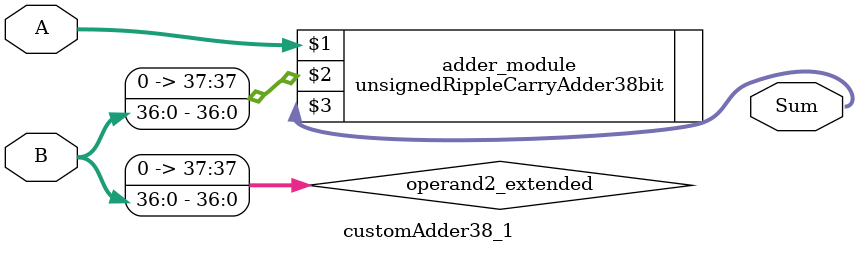
<source format=v>
module customAdder38_1(
                        input [37 : 0] A,
                        input [36 : 0] B,
                        
                        output [38 : 0] Sum
                );

        wire [37 : 0] operand2_extended;
        
        assign operand2_extended =  {1'b0, B};
        
        unsignedRippleCarryAdder38bit adder_module(
            A,
            operand2_extended,
            Sum
        );
        
        endmodule
        
</source>
